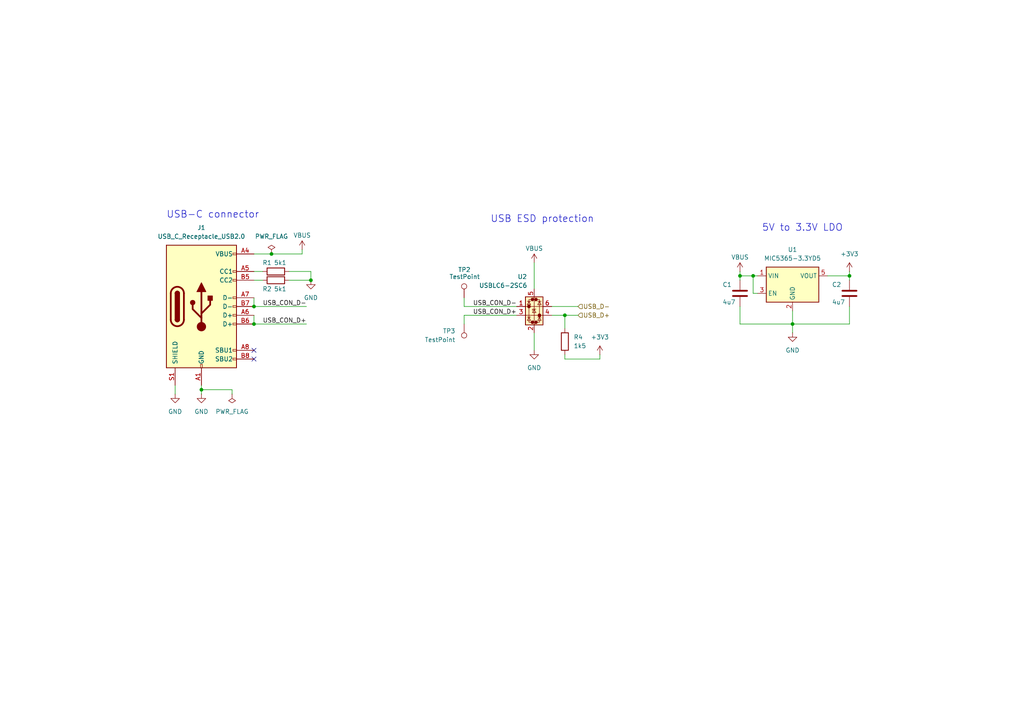
<source format=kicad_sch>
(kicad_sch (version 20231120) (generator "eeschema") (generator_version "8.0")
  (paper "A4")
  (lib_symbols
    (symbol "Connector:TestPoint" (pin_numbers hide) (pin_names (offset 0.762) hide)
      (property "Reference" "TP" (at 0 6.858 0))
      (property "Value" "TestPoint" (at 0 5.08 0))
      (symbol "TestPoint_0_1"
        (circle (center 0 3.302) (radius 0.762))
      )
      (symbol "TestPoint_1_1"
        (pin passive line (at 0 0 90) (length 2.54) (name "1") (number "1"))
      )
    )
    (symbol "Connector:USB_C_Receptacle_USB2.0_16P" (pin_names (offset 1.016))
      (property "Reference" "J" (at 0 22.225 0))
      (property "Value" "USB_C_Receptacle_USB2.0_16P" (at 0 19.685 0))
      (symbol "USB_C_Receptacle_USB2.0_16P_0_0"
        (rectangle (start -0.254 -17.78) (end 0.254 -16.764))
        (rectangle (start 10.16 -14.986) (end 9.144 -15.494))
        (rectangle (start 10.16 -12.446) (end 9.144 -12.954))
        (rectangle (start 10.16 -4.826) (end 9.144 -5.334))
        (rectangle (start 10.16 -2.286) (end 9.144 -2.794))
        (rectangle (start 10.16 0.254) (end 9.144 -0.254))
        (rectangle (start 10.16 2.794) (end 9.144 2.286))
        (rectangle (start 10.16 7.874) (end 9.144 7.366))
        (rectangle (start 10.16 10.414) (end 9.144 9.906))
        (rectangle (start 10.16 15.494) (end 9.144 14.986))
      )
      (symbol "USB_C_Receptacle_USB2.0_16P_0_1"
        (rectangle (start -10.16 17.78) (end 10.16 -17.78) (stroke (width 0.254)) (fill (type background)))
        (arc (start -8.89 -3.81) (mid -6.985 -5.7067) (end -5.08 -3.81) (stroke (width 0.508)))
        (arc (start -7.62 -3.81) (mid -6.985 -4.4423) (end -6.35 -3.81) (stroke (width 0.254)))
        (arc (start -7.62 -3.81) (mid -6.985 -4.4423) (end -6.35 -3.81) (stroke (width 0.254)) (fill (type outline)))
        (rectangle (start -7.62 -3.81) (end -6.35 3.81) (stroke (width 0.254)) (fill (type outline)))
        (arc (start -6.35 3.81) (mid -6.985 4.4423) (end -7.62 3.81) (stroke (width 0.254)))
        (arc (start -6.35 3.81) (mid -6.985 4.4423) (end -7.62 3.81) (stroke (width 0.254)) (fill (type outline)))
        (arc (start -5.08 3.81) (mid -6.985 5.7067) (end -8.89 3.81) (stroke (width 0.508)))
        (circle (center -2.54 1.143) (radius 0.635) (stroke (width 0.254)) (fill (type outline)))
        (circle (center 0 -5.842) (radius 1.27) (fill (type outline)))
        (polyline (pts (xy -8.89 -3.81) (xy -8.89 3.81)) (stroke (width 0.508)))
        (polyline (pts (xy -5.08 3.81) (xy -5.08 -3.81)) (stroke (width 0.508)))
        (polyline (pts (xy 0 -5.842) (xy 0 4.318)) (stroke (width 0.508)))
        (polyline (pts (xy 0 -3.302) (xy -2.54 -0.762) (xy -2.54 0.508)) (stroke (width 0.508)))
        (polyline (pts (xy 0 -2.032) (xy 2.54 0.508) (xy 2.54 1.778)) (stroke (width 0.508)))
        (polyline (pts (xy -1.27 4.318) (xy 0 6.858) (xy 1.27 4.318) (xy -1.27 4.318)) (stroke (width 0.254)) (fill (type outline)))
        (rectangle (start 1.905 1.778) (end 3.175 3.048) (stroke (width 0.254)) (fill (type outline)))
      )
      (symbol "USB_C_Receptacle_USB2.0_16P_1_1"
        (pin passive line (at 0 -22.86 90) (length 5.08) (name "GND") (number "A1"))
        (pin passive line (at 0 -22.86 90) (length 5.08) hide (name "GND") (number "A12"))
        (pin passive line (at 15.24 15.24 180) (length 5.08) (name "VBUS") (number "A4"))
        (pin bidirectional line (at 15.24 10.16 180) (length 5.08) (name "CC1") (number "A5"))
        (pin bidirectional line (at 15.24 -2.54 180) (length 5.08) (name "D+") (number "A6"))
        (pin bidirectional line (at 15.24 2.54 180) (length 5.08) (name "D-") (number "A7"))
        (pin bidirectional line (at 15.24 -12.7 180) (length 5.08) (name "SBU1") (number "A8"))
        (pin passive line (at 15.24 15.24 180) (length 5.08) hide (name "VBUS") (number "A9"))
        (pin passive line (at 0 -22.86 90) (length 5.08) hide (name "GND") (number "B1"))
        (pin passive line (at 0 -22.86 90) (length 5.08) hide (name "GND") (number "B12"))
        (pin passive line (at 15.24 15.24 180) (length 5.08) hide (name "VBUS") (number "B4"))
        (pin bidirectional line (at 15.24 7.62 180) (length 5.08) (name "CC2") (number "B5"))
        (pin bidirectional line (at 15.24 -5.08 180) (length 5.08) (name "D+") (number "B6"))
        (pin bidirectional line (at 15.24 0 180) (length 5.08) (name "D-") (number "B7"))
        (pin bidirectional line (at 15.24 -15.24 180) (length 5.08) (name "SBU2") (number "B8"))
        (pin passive line (at 15.24 15.24 180) (length 5.08) hide (name "VBUS") (number "B9"))
        (pin passive line (at -7.62 -22.86 90) (length 5.08) (name "SHIELD") (number "S1"))
      )
    )
    (symbol "Device:C" (pin_numbers hide) (pin_names (offset 0.254))
      (property "Reference" "C" (at 0.635 2.54 0))
      (property "Value" "C" (at 0.635 -2.54 0))
      (symbol "C_0_1"
        (polyline (pts (xy -2.032 -0.762) (xy 2.032 -0.762)) (stroke (width 0.508)))
        (polyline (pts (xy -2.032 0.762) (xy 2.032 0.762)) (stroke (width 0.508)))
      )
      (symbol "C_1_1"
        (pin passive line (at 0 3.81 270) (length 2.794) (name "~") (number "1"))
        (pin passive line (at 0 -3.81 90) (length 2.794) (name "~") (number "2"))
      )
    )
    (symbol "Device:R" (pin_numbers hide) (pin_names (offset 0))
      (property "Reference" "R" (at 2.032 0 90))
      (property "Value" "R" (at 0 0 90))
      (symbol "R_0_1"
        (rectangle (start -1.016 -2.54) (end 1.016 2.54) (stroke (width 0.254)))
      )
      (symbol "R_1_1"
        (pin passive line (at 0 3.81 270) (length 1.27) (name "~") (number "1"))
        (pin passive line (at 0 -3.81 90) (length 1.27) (name "~") (number "2"))
      )
    )
    (symbol "GND_1" (power) (pin_numbers hide) (pin_names (offset 0) hide)
      (property "Value" "GND" (at 0 -3.81 0))
      (symbol "GND_1_0_1"
        (polyline (pts (xy 0 0) (xy 0 -1.27) (xy 1.27 -1.27) (xy 0 -2.54) (xy -1.27 -1.27) (xy 0 -1.27)))
      )
      (symbol "GND_1_1_1"
        (pin power_in line (at 0 0 270) (length 0) (name "~") (number "1"))
      )
    )
    (symbol "GND_2" (power) (pin_numbers hide) (pin_names (offset 0) hide)
      (property "Value" "GND" (at 0 -3.81 0))
      (symbol "GND_2_0_1"
        (polyline (pts (xy 0 0) (xy 0 -1.27) (xy 1.27 -1.27) (xy 0 -2.54) (xy -1.27 -1.27) (xy 0 -1.27)))
      )
      (symbol "GND_2_1_1"
        (pin power_in line (at 0 0 270) (length 0) (name "~") (number "1"))
      )
    )
    (symbol "GND_3" (power) (pin_numbers hide) (pin_names (offset 0) hide)
      (property "Value" "GND" (at 0 -3.81 0))
      (symbol "GND_3_0_1"
        (polyline (pts (xy 0 0) (xy 0 -1.27) (xy 1.27 -1.27) (xy 0 -2.54) (xy -1.27 -1.27) (xy 0 -1.27)))
      )
      (symbol "GND_3_1_1"
        (pin power_in line (at 0 0 270) (length 0) (name "~") (number "1"))
      )
    )
    (symbol "GND_4" (power) (pin_numbers hide) (pin_names (offset 0) hide)
      (property "Value" "GND" (at 0 -3.81 0))
      (symbol "GND_4_0_1"
        (polyline (pts (xy 0 0) (xy 0 -1.27) (xy 1.27 -1.27) (xy 0 -2.54) (xy -1.27 -1.27) (xy 0 -1.27)))
      )
      (symbol "GND_4_1_1"
        (pin power_in line (at 0 0 270) (length 0) (name "~") (number "1"))
      )
    )
    (symbol "Power_Protection:USBLC6-2SC6" (pin_names hide)
      (property "Reference" "U" (at 0.635 5.715 0))
      (property "Value" "USBLC6-2SC6" (at 0.635 3.81 0))
      (symbol "USBLC6-2SC6_0_0"
        (circle (center -1.524 0) (radius 0.0001) (stroke (width 0.508)))
        (circle (center -0.508 -4.572) (radius 0.0001) (stroke (width 0.508)))
        (circle (center -0.508 2.032) (radius 0.0001) (stroke (width 0.508)))
        (circle (center 0.508 -4.572) (radius 0.0001) (stroke (width 0.508)))
        (circle (center 0.508 2.032) (radius 0.0001) (stroke (width 0.508)))
        (circle (center 1.524 -2.54) (radius 0.0001) (stroke (width 0.508)))
      )
      (symbol "USBLC6-2SC6_0_1"
        (polyline (pts (xy -2.54 -2.54) (xy 2.54 -2.54)))
        (polyline (pts (xy -2.54 0) (xy 2.54 0)))
        (polyline (pts (xy -2.032 -3.048) (xy -1.016 -3.048)))
        (polyline (pts (xy -1.016 1.524) (xy -2.032 1.524)))
        (polyline (pts (xy 1.016 -3.048) (xy 2.032 -3.048)))
        (polyline (pts (xy 1.016 1.524) (xy 2.032 1.524)))
        (polyline (pts (xy -0.508 -1.143) (xy -0.508 -0.762) (xy 0.508 -0.762)))
        (polyline (pts (xy -2.032 0.508) (xy -1.016 0.508) (xy -1.524 1.524) (xy -2.032 0.508)))
        (polyline (pts (xy -1.016 -4.064) (xy -2.032 -4.064) (xy -1.524 -3.048) (xy -1.016 -4.064)))
        (polyline (pts (xy 0.508 -1.778) (xy -0.508 -1.778) (xy 0 -0.762) (xy 0.508 -1.778)))
        (polyline (pts (xy 2.032 -4.064) (xy 1.016 -4.064) (xy 1.524 -3.048) (xy 2.032 -4.064)))
        (polyline (pts (xy 2.032 0.508) (xy 1.016 0.508) (xy 1.524 1.524) (xy 2.032 0.508)))
        (polyline (pts (xy 0 2.54) (xy -0.508 2.032) (xy 0.508 2.032) (xy 0 1.524) (xy 0 -4.064) (xy -0.508 -4.572) (xy 0.508 -4.572) (xy 0 -5.08)))
      )
      (symbol "USBLC6-2SC6_1_1"
        (rectangle (start -2.54 2.794) (end 2.54 -5.334) (stroke (width 0.254)) (fill (type background)))
        (polyline (pts (xy -0.508 2.032) (xy -1.524 2.032) (xy -1.524 -4.572) (xy -0.508 -4.572)))
        (polyline (pts (xy 0.508 -4.572) (xy 1.524 -4.572) (xy 1.524 2.032) (xy 0.508 2.032)))
        (pin passive line (at -5.08 0 0) (length 2.54) (name "I/O1") (number "1"))
        (pin passive line (at 0 -7.62 90) (length 2.54) (name "GND") (number "2"))
        (pin passive line (at -5.08 -2.54 0) (length 2.54) (name "I/O2") (number "3"))
        (pin passive line (at 5.08 -2.54 180) (length 2.54) (name "I/O2") (number "4"))
        (pin passive line (at 0 5.08 270) (length 2.54) (name "VBUS") (number "5"))
        (pin passive line (at 5.08 0 180) (length 2.54) (name "I/O1") (number "6"))
      )
    )
    (symbol "Regulator_Linear:MIC5365-3.3YD5"
      (property "Reference" "U" (at -7.62 6.35 0))
      (property "Value" "MIC5365-3.3YD5" (at 0 6.35 0))
      (symbol "MIC5365-3.3YD5_0_1"
        (rectangle (start -7.62 -5.08) (end 7.62 5.08) (stroke (width 0.254)) (fill (type background)))
      )
      (symbol "MIC5365-3.3YD5_1_1"
        (pin power_in line (at -10.16 2.54 0) (length 2.54) (name "VIN") (number "1"))
        (pin power_in line (at 0 -7.62 90) (length 2.54) (name "GND") (number "2"))
        (pin input line (at -10.16 -2.54 0) (length 2.54) (name "EN") (number "3"))
        (pin no_connect line (at 7.62 -2.54 180) (length 2.54) hide (name "NC") (number "4"))
        (pin power_out line (at 10.16 2.54 180) (length 2.54) (name "VOUT") (number "5"))
      )
    )
    (symbol "VBUS_1" (power) (pin_numbers hide) (pin_names (offset 0) hide)
      (property "Value" "VBUS" (at 0 3.556 0))
      (symbol "VBUS_1_0_1"
        (polyline (pts (xy -0.762 1.27) (xy 0 2.54)))
        (polyline (pts (xy 0 0) (xy 0 2.54)))
        (polyline (pts (xy 0 2.54) (xy 0.762 1.27)))
      )
      (symbol "VBUS_1_1_1"
        (pin power_in line (at 0 0 90) (length 0) (name "~") (number "1"))
      )
    )
    (symbol "VBUS_2" (power) (pin_numbers hide) (pin_names (offset 0) hide)
      (property "Value" "VBUS" (at 0 3.556 0))
      (symbol "VBUS_2_0_1"
        (polyline (pts (xy -0.762 1.27) (xy 0 2.54)))
        (polyline (pts (xy 0 0) (xy 0 2.54)))
        (polyline (pts (xy 0 2.54) (xy 0.762 1.27)))
      )
      (symbol "VBUS_2_1_1"
        (pin power_in line (at 0 0 90) (length 0) (name "~") (number "1"))
      )
    )
    (symbol "power:+3V3" (power) (pin_numbers hide) (pin_names (offset 0) hide)
      (property "Value" "+3V3" (at 0 3.556 0))
      (symbol "+3V3_0_1"
        (polyline (pts (xy -0.762 1.27) (xy 0 2.54)))
        (polyline (pts (xy 0 0) (xy 0 2.54)))
        (polyline (pts (xy 0 2.54) (xy 0.762 1.27)))
      )
      (symbol "+3V3_1_1"
        (pin power_in line (at 0 0 90) (length 0) (name "~") (number "1"))
      )
    )
    (symbol "power:GND" (power) (pin_numbers hide) (pin_names (offset 0) hide)
      (property "Value" "GND" (at 0 -3.81 0))
      (symbol "GND_0_1"
        (polyline (pts (xy 0 0) (xy 0 -1.27) (xy 1.27 -1.27) (xy 0 -2.54) (xy -1.27 -1.27) (xy 0 -1.27)))
      )
      (symbol "GND_1_1"
        (pin power_in line (at 0 0 270) (length 0) (name "~") (number "1"))
      )
    )
    (symbol "power:PWR_FLAG" (power) (pin_numbers hide) (pin_names (offset 0) hide)
      (property "Value" "PWR_FLAG" (at 0 3.81 0))
      (symbol "PWR_FLAG_0_0"
        (pin power_out line (at 0 0 90) (length 0) (name "~") (number "1"))
      )
      (symbol "PWR_FLAG_0_1"
        (polyline (pts (xy 0 0) (xy 0 1.27) (xy -1.016 1.905) (xy 0 2.54) (xy 1.016 1.905) (xy 0 1.27)))
      )
    )
    (symbol "power:VBUS" (power) (pin_numbers hide) (pin_names (offset 0) hide)
      (property "Value" "VBUS" (at 0 3.556 0))
      (symbol "VBUS_0_1"
        (polyline (pts (xy -0.762 1.27) (xy 0 2.54)))
        (polyline (pts (xy 0 0) (xy 0 2.54)))
        (polyline (pts (xy 0 2.54) (xy 0.762 1.27)))
      )
      (symbol "VBUS_1_1"
        (pin power_in line (at 0 0 90) (length 0) (name "~") (number "1"))
      )
    )
  )
  (junction (at 58.42 113.03))
  (junction (at 90.17 81.28))
  (junction (at 73.66 93.98))
  (junction (at 218.44 80.01))
  (junction (at 229.87 93.98))
  (junction (at 73.66 88.9))
  (junction (at 246.38 80.01))
  (junction (at 78.74 73.66))
  (junction (at 214.63 80.01))
  (junction (at 163.83 91.44))
  (no_connect (at 73.66 104.14))
  (no_connect (at 73.66 101.6))
  (wire (pts (xy 67.31 113.03) (xy 58.42 113.03)))
  (wire (pts (xy 88.9 93.98) (xy 73.66 93.98)))
  (wire (pts (xy 214.63 93.98) (xy 229.87 93.98)))
  (wire (pts (xy 134.62 86.36) (xy 134.62 88.9)))
  (wire (pts (xy 58.42 111.76) (xy 58.42 113.03)))
  (wire (pts (xy 73.66 88.9) (xy 88.9 88.9)))
  (wire (pts (xy 83.82 78.74) (xy 90.17 78.74)))
  (wire (pts (xy 214.63 78.74) (xy 214.63 80.01)))
  (wire (pts (xy 214.63 80.01) (xy 218.44 80.01)))
  (wire (pts (xy 134.62 91.44) (xy 149.86 91.44)))
  (wire (pts (xy 73.66 78.74) (xy 76.2 78.74)))
  (wire (pts (xy 218.44 80.01) (xy 219.71 80.01)))
  (wire (pts (xy 246.38 88.9) (xy 246.38 93.98)))
  (wire (pts (xy 58.42 113.03) (xy 58.42 114.3)))
  (wire (pts (xy 73.66 86.36) (xy 73.66 88.9)))
  (wire (pts (xy 160.02 91.44) (xy 163.83 91.44)))
  (wire (pts (xy 163.83 104.14) (xy 163.83 102.87)))
  (wire (pts (xy 240.03 80.01) (xy 246.38 80.01)))
  (wire (pts (xy 246.38 80.01) (xy 246.38 81.28)))
  (wire (pts (xy 163.83 91.44) (xy 167.64 91.44)))
  (wire (pts (xy 154.94 76.2) (xy 154.94 83.82)))
  (wire (pts (xy 229.87 90.17) (xy 229.87 93.98)))
  (wire (pts (xy 214.63 80.01) (xy 214.63 81.28)))
  (wire (pts (xy 173.99 104.14) (xy 163.83 104.14)))
  (wire (pts (xy 73.66 91.44) (xy 73.66 93.98)))
  (wire (pts (xy 229.87 96.52) (xy 229.87 93.98)))
  (wire (pts (xy 90.17 78.74) (xy 90.17 81.28)))
  (wire (pts (xy 218.44 80.01) (xy 218.44 85.09)))
  (wire (pts (xy 134.62 93.98) (xy 134.62 91.44)))
  (wire (pts (xy 154.94 96.52) (xy 154.94 101.6)))
  (wire (pts (xy 214.63 88.9) (xy 214.63 93.98)))
  (wire (pts (xy 73.66 73.66) (xy 78.74 73.66)))
  (wire (pts (xy 160.02 88.9) (xy 167.64 88.9)))
  (wire (pts (xy 83.82 81.28) (xy 90.17 81.28)))
  (wire (pts (xy 78.74 73.66) (xy 87.63 73.66)))
  (wire (pts (xy 50.8 111.76) (xy 50.8 114.3)))
  (wire (pts (xy 173.99 102.87) (xy 173.99 104.14)))
  (wire (pts (xy 67.31 114.3) (xy 67.31 113.03)))
  (wire (pts (xy 163.83 91.44) (xy 163.83 95.25)))
  (wire (pts (xy 219.71 85.09) (xy 218.44 85.09)))
  (wire (pts (xy 87.63 72.39) (xy 87.63 73.66)))
  (wire (pts (xy 134.62 88.9) (xy 149.86 88.9)))
  (wire (pts (xy 229.87 93.98) (xy 246.38 93.98)))
  (wire (pts (xy 246.38 78.74) (xy 246.38 80.01)))
  (wire (pts (xy 73.66 81.28) (xy 76.2 81.28)))
  (text "5V to 3.3V LDO" (at 220.98 67.31 0) (effects (font (size 2 2)) (justify left bottom)))
  (text "USB ESD protection" (at 142.24 64.77 0) (effects (font (size 2 2)) (justify left bottom)))
  (text "USB-C connector" (at 48.26 63.5 0) (effects (font (size 2 2)) (justify left bottom)))
  (label "USB_CON_D+" (at 88.9 93.98 180))
  (label "USB_CON_D-" (at 88.9 88.9 180))
  (label "USB_CON_D+" (at 137.16 91.44 0))
  (label "USB_CON_D-" (at 137.16 88.9 0))
  (hierarchical_label "USB_D+" (shape input) (at 167.64 91.44 0))
  (hierarchical_label "USB_D-" (shape input) (at 167.64 88.9 0))
  (symbol (lib_id "Regulator_Linear:MIC5365-3.3YD5") (at 229.87 82.55 0) (unit 1)
    (property "Reference" "U1" (at 229.87 72.39 0))
    (property "Value" "MIC5365-3.3YD5" (at 229.87 74.93 0))
    (property "Footprint" "Package_TO_SOT_SMD:SOT-23-5" (effects (hide yes)))
    (property "Datasheet" "https://www.lcsc.com/datasheet/lcsc_datasheet_1810151811_Texas-Instruments-TPS70933DBVR_C89347.pdf" (effects (hide yes)))
    (property "Manufracturer" "Texas Instruments" (effects (hide yes)))
    (property "Manufracturer Part Number" "TPS70933DBVR" (effects (hide yes)))
    (property "JLCPCB Part" "C89347" (effects (hide yes)))
    (instances (project "111VU" (path "" (reference "U1") (unit 1))) (project "PedestalConnectBox" (path "" (reference "U4") (unit 1))))
  )
  (symbol (lib_id "power:+3V3") (at 173.99 102.87 0) (unit 1)
    (property "Reference" "#PWR03" (effects (hide yes)))
    (property "Value" "+3V3" (at 173.99 97.79 0))
  )
  (symbol (lib_id "Power_Protection:USBLC6-2SC6") (at 154.94 88.9 0) (unit 1)
    (property "Reference" "U2" (at 150.114 80.264 0) (effects (justify left)))
    (property "Value" "USBLC6-2SC6" (at 138.938 82.804 0) (effects (justify left)))
    (property "Footprint" "Package_TO_SOT_SMD:SOT-23-6" (effects (hide yes)))
    (property "Datasheet" "https://www.st.com/resource/en/datasheet/usblc6-2.pdf" (effects (hide yes)))
    (property "Description" "Very low capacitance ESD protection diode, 2 data-line, SOT-23-6" (effects (hide yes)))
    (property "JLCPCB Part" "C7519" (effects (hide yes)))
    (property "Manufracturer" "STMicroelectronics" (effects (hide yes)))
    (property "Manufracturer Part Number" "USBLC6-2SC6" (effects (hide yes)))
  )
  (symbol (lib_id "Device:C") (at 214.63 85.09 0) (unit 1)
    (property "Reference" "C1" (at 209.55 82.55 0) (effects (justify left)))
    (property "Value" "4u7" (at 209.55 87.63 0) (effects (justify left)))
    (property "Footprint" "Capacitor_SMD:C_0805_2012Metric" (effects (hide yes)))
    (property "Datasheet" "https://datasheet.lcsc.com/lcsc/2304140030_Samsung-Electro-Mechanics-CL21A475KAQNNNE_C1779.pdf" (effects (hide yes)))
    (property "Manufracturer" "Samsung Electro-Mechanics" (effects (hide yes)))
    (property "Manufracturer Part Number" "CL21A475KAQNNNE" (effects (hide yes)))
    (property "JLCPCB Part" "C1779" (effects (hide yes)))
  )
  (symbol (lib_id "Device:R") (at 80.01 81.28 90) (unit 1)
    (property "Reference" "R2" (at 77.47 83.82 90))
    (property "Value" "5k1" (at 81.28 83.82 90))
    (property "Footprint" "Resistor_SMD:R_0603_1608Metric" (effects (hide yes)))
    (property "Datasheet" "https://www.lcsc.com/datasheet/lcsc_datasheet_2206010116_UNI-ROYAL-Uniroyal-Elec-0603WAF5101T5E_C23186.pdf" (effects (hide yes)))
    (property "Manufracturer" "UNI-ROYAL(Uniroyal Elec)" (effects (hide yes)))
    (property "Manufracturer Part Number" "0603WAF5101T5E" (effects (hide yes)))
    (property "JLCPCB Part" "C23186" (effects (hide yes)))
  )
  (symbol (lib_name "GND_1") (lib_id "power:GND") (at 50.8 114.3 0) (unit 1)
    (property "Reference" "#PWR01" (effects (hide yes)))
    (property "Value" "GND" (at 50.8 119.38 0))
    (property "Description" "Power symbol creates a global label with name \"GND\" , ground" (effects (hide yes)))
    (instances (project "111VU" (path "" (reference "#PWR01") (unit 1))) (project "PedestalConnectBox" (path "" (reference "#PWR02") (unit 1))))
  )
  (symbol (lib_id "Device:R") (at 163.83 99.06 180) (unit 1)
    (property "Reference" "R4" (at 166.37 97.7899 0) (effects (justify right)))
    (property "Value" "1k5" (at 166.37 100.3299 0) (effects (justify right)))
    (property "Footprint" "Resistor_SMD:R_0805_2012Metric" (effects (hide yes)))
    (property "Datasheet" "https://www.lcsc.com/datasheet/lcsc_datasheet_2206010216_UNI-ROYAL-Uniroyal-Elec-0805W8F1501T5E_C4310.pdf" (effects (hide yes)))
    (property "Description" "Resistor" (effects (hide yes)))
    (property "JLCPCB Part" "C4310" (effects (hide yes)))
    (property "Manufracturer" "UNI-ROYAL(Uniroyal Elec)" (effects (hide yes)))
    (property "Manufracturer Part Number" "0805W8F1501T5E" (effects (hide yes)))
  )
  (symbol (lib_id "Connector:TestPoint") (at 134.62 93.98 0) (mirror x) (unit 1)
    (property "Reference" "TP3" (at 132.08 96.0119 0) (effects (justify right)))
    (property "Value" "TestPoint" (at 132.08 98.5519 0) (effects (justify right)))
    (property "Footprint" "TestPoint:TestPoint_Pad_D1.5mm" (effects (hide yes)))
    (property "Description" "test point" (effects (hide yes)))
  )
  (symbol (lib_name "GND_2") (lib_id "power:GND") (at 90.17 81.28 0) (unit 1)
    (property "Reference" "#PWR08" (effects (hide yes)))
    (property "Value" "GND" (at 90.17 86.36 0))
    (property "Description" "Power symbol creates a global label with name \"GND\" , ground" (effects (hide yes)))
    (instances (project "111VU" (path "" (reference "#PWR08") (unit 1))) (project "PedestalConnectBox" (path "" (reference "#PWR07") (unit 1))))
  )
  (symbol (lib_name "GND_3") (lib_id "power:GND") (at 58.42 114.3 0) (unit 1)
    (property "Reference" "#PWR03" (effects (hide yes)))
    (property "Value" "GND" (at 58.42 119.38 0))
    (property "Description" "Power symbol creates a global label with name \"GND\" , ground" (effects (hide yes)))
    (instances (project "111VU" (path "" (reference "#PWR03") (unit 1))) (project "PedestalConnectBox" (path "" (reference "#PWR04") (unit 1))))
  )
  (symbol (lib_id "power:PWR_FLAG") (at 78.74 73.66 0) (unit 1)
    (property "Reference" "#FLG01" (effects (hide yes)))
    (property "Value" "PWR_FLAG" (at 78.74 68.58 0))
    (property "Description" "Special symbol for telling ERC where power comes from" (effects (hide yes)))
  )
  (symbol (lib_id "power:+3V3") (at 246.38 78.74 0) (unit 1)
    (property "Reference" "#PWR010" (effects (hide yes)))
    (property "Value" "+3V3" (at 246.38 73.66 0))
  )
  (symbol (lib_name "VBUS_1") (lib_id "power:VBUS") (at 87.63 72.39 0) (unit 1)
    (property "Reference" "#PWR07" (effects (hide yes)))
    (property "Value" "VBUS" (at 87.63 68.2569 0))
    (property "Description" "Power symbol creates a global label with name \"VBUS\"" (effects (hide yes)))
    (instances (project "111VU" (path "" (reference "#PWR07") (unit 1))) (project "PedestalConnectBox" (path "" (reference "#PWR06") (unit 1))))
  )
  (symbol (lib_id "power:PWR_FLAG") (at 67.31 114.3 180) (unit 1)
    (property "Reference" "#FLG02" (effects (hide yes)))
    (property "Value" "PWR_FLAG" (at 67.31 119.38 0))
    (property "Description" "Special symbol for telling ERC where power comes from" (effects (hide yes)))
  )
  (symbol (lib_id "Device:C") (at 246.38 85.09 0) (unit 1)
    (property "Reference" "C2" (at 241.3 82.55 0) (effects (justify left)))
    (property "Value" "4u7" (at 241.3 87.63 0) (effects (justify left)))
    (property "Footprint" "Capacitor_SMD:C_0805_2012Metric" (effects (hide yes)))
    (property "Datasheet" "https://datasheet.lcsc.com/lcsc/2304140030_Samsung-Electro-Mechanics-CL21A475KAQNNNE_C1779.pdf" (effects (hide yes)))
    (property "Manufracturer" "Samsung Electro-Mechanics" (effects (hide yes)))
    (property "Manufracturer Part Number" "CL21A475KAQNNNE" (effects (hide yes)))
    (property "JLCPCB Part" "C1779" (effects (hide yes)))
  )
  (symbol (lib_name "GND_4") (lib_id "power:GND") (at 154.94 101.6 0) (unit 1)
    (property "Reference" "#PWR03" (effects (hide yes)))
    (property "Value" "GND" (at 154.94 106.68 0))
    (property "Description" "Power symbol creates a global label with name \"GND\" , ground" (effects (hide yes)))
    (instances (project "111VU" (path "" (reference "#PWR03") (unit 1))) (project "PedestalConnectBox" (path "" (reference "#PWR016") (unit 1))))
  )
  (symbol (lib_id "power:GND") (at 229.87 96.52 0) (unit 1)
    (property "Reference" "#PWR06" (effects (hide yes)))
    (property "Value" "GND" (at 229.87 101.6 0))
    (property "Description" "Power symbol creates a global label with name \"GND\" , ground" (effects (hide yes)))
    (instances (project "111VU" (path "" (reference "#PWR06") (unit 1))) (project "PedestalConnectBox" (path "" (reference "#PWR09") (unit 1))))
  )
  (symbol (lib_id "Connector:TestPoint") (at 134.62 86.36 0) (unit 1)
    (property "Reference" "TP2" (at 132.842 78.232 0) (effects (justify left)))
    (property "Value" "TestPoint" (at 130.302 80.264 0) (effects (justify left)))
    (property "Footprint" "TestPoint:TestPoint_Pad_D1.5mm" (effects (hide yes)))
    (property "Description" "test point" (effects (hide yes)))
  )
  (symbol (lib_id "power:VBUS") (at 214.63 78.74 0) (unit 1)
    (property "Reference" "#PWR05" (effects (hide yes)))
    (property "Value" "VBUS" (at 214.63 74.6069 0))
    (property "Description" "Power symbol creates a global label with name \"VBUS\"" (effects (hide yes)))
    (instances (project "111VU" (path "" (reference "#PWR05") (unit 1))) (project "PedestalConnectBox" (path "" (reference "#PWR08") (unit 1))))
  )
  (symbol (lib_id "Connector:USB_C_Receptacle_USB2.0_16P") (at 58.42 88.9 0) (unit 1)
    (property "Reference" "J1" (at 58.42 66.04 0))
    (property "Value" "USB_C_Receptacle_USB2.0" (at 58.42 68.58 0))
    (property "Footprint" "NiasStuff:USB_C_Receptacle_G-Switch_GT-USB-7010ASV" (effects (hide yes)))
    (property "Datasheet" "https://www.usb.org/sites/default/files/documents/usb_type-c.zip" (effects (hide yes)))
    (property "Description" "USB 2.0-only 16P Type-C Receptacle connector" (effects (hide yes)))
    (property "Manufracturer" "G-Switch" (effects (hide yes)))
    (property "Manufracturer Part Number" "GT-USB-7010C" (effects (hide yes)))
    (property "JLCPCB Part" "C2843967" (effects (hide yes)))
  )
  (symbol (lib_name "VBUS_2") (lib_id "power:VBUS") (at 154.94 76.2 0) (unit 1)
    (property "Reference" "#PWR07" (effects (hide yes)))
    (property "Value" "VBUS" (at 154.94 72.0669 0))
    (property "Description" "Power symbol creates a global label with name \"VBUS\"" (effects (hide yes)))
    (instances (project "111VU" (path "" (reference "#PWR07") (unit 1))) (project "PedestalConnectBox" (path "" (reference "#PWR015") (unit 1))))
  )
  (symbol (lib_id "Device:R") (at 80.01 78.74 90) (unit 1)
    (property "Reference" "R1" (at 77.47 76.2 90))
    (property "Value" "5k1" (at 81.28 76.2 90))
    (property "Footprint" "Resistor_SMD:R_0603_1608Metric" (effects (hide yes)))
    (property "Datasheet" "https://www.lcsc.com/datasheet/lcsc_datasheet_2206010116_UNI-ROYAL-Uniroyal-Elec-0603WAF5101T5E_C23186.pdf" (effects (hide yes)))
    (property "Manufracturer" "UNI-ROYAL(Uniroyal Elec)" (effects (hide yes)))
    (property "Manufracturer Part Number" "0603WAF5101T5E" (effects (hide yes)))
    (property "JLCPCB Part" "C23186" (effects (hide yes)))
  )
)
</source>
